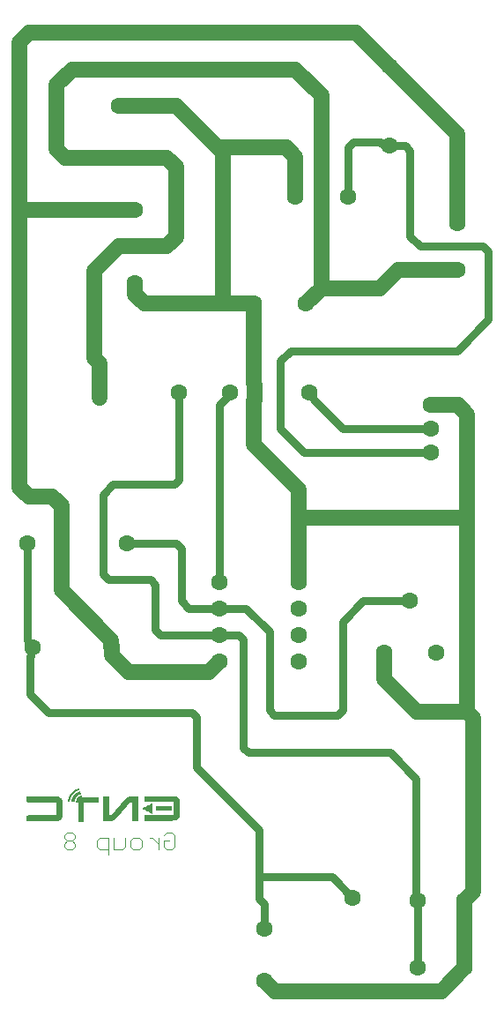
<source format=gbl>
G04*
G04 #@! TF.GenerationSoftware,Altium Limited,Altium Designer,23.0.1 (38)*
G04*
G04 Layer_Physical_Order=2*
G04 Layer_Color=16711680*
%FSLAX44Y44*%
%MOMM*%
G71*
G04*
G04 #@! TF.SameCoordinates,AC91A941-50EC-41E1-A27D-3A9DBE1CF2D1*
G04*
G04*
G04 #@! TF.FilePolarity,Positive*
G04*
G01*
G75*
%ADD18C,1.6000*%
%ADD19C,1.5000*%
%ADD20C,0.8000*%
%ADD21C,0.1000*%
G36*
X402787Y571726D02*
X402941D01*
Y571418D01*
X403096D01*
Y571263D01*
Y571109D01*
Y570955D01*
X403250D01*
Y570492D01*
X403404D01*
Y570029D01*
X403558D01*
Y569566D01*
X403713D01*
Y569258D01*
X403558D01*
Y569103D01*
X403096D01*
Y568949D01*
X402787D01*
Y568795D01*
X402478D01*
Y568640D01*
X402015D01*
Y568486D01*
X401861D01*
Y568332D01*
X401553D01*
Y568177D01*
X401398D01*
Y568023D01*
X401090D01*
Y567869D01*
X400935D01*
Y567715D01*
X400627D01*
Y567560D01*
X400472D01*
Y567406D01*
X400318D01*
Y567252D01*
X400164D01*
Y567097D01*
X400010D01*
Y566943D01*
X399855D01*
Y566789D01*
X399701D01*
Y566634D01*
X399547D01*
Y566480D01*
X399393D01*
Y566172D01*
X399238D01*
Y566017D01*
X399084D01*
Y565863D01*
X398930D01*
Y565555D01*
X398775D01*
Y565400D01*
X398621D01*
Y565092D01*
X398467D01*
Y564783D01*
X398312D01*
Y564474D01*
X398158D01*
Y564012D01*
X398004D01*
Y563549D01*
X397850D01*
Y562932D01*
X397695D01*
Y561543D01*
X394609D01*
Y563086D01*
X394764D01*
Y564012D01*
X394918D01*
Y564474D01*
X395072D01*
Y564937D01*
X395227D01*
Y565400D01*
X395381D01*
Y565709D01*
X395535D01*
Y566017D01*
X395690D01*
Y566326D01*
X395844D01*
Y566634D01*
X395998D01*
Y566943D01*
X396152D01*
Y567097D01*
X396307D01*
Y567406D01*
X396461D01*
Y567560D01*
X396615D01*
Y567715D01*
X396769D01*
Y568023D01*
X396924D01*
Y568177D01*
X397078D01*
Y568332D01*
X397232D01*
Y568486D01*
X397387D01*
Y568640D01*
X397541D01*
Y568795D01*
X397695D01*
Y568949D01*
X397850D01*
Y569103D01*
X398004D01*
Y569258D01*
X398158D01*
Y569412D01*
X398312D01*
Y569566D01*
X398467D01*
Y569720D01*
X398621D01*
Y569875D01*
X398775D01*
Y570029D01*
X399084D01*
Y570183D01*
X399238D01*
Y570337D01*
X399547D01*
Y570492D01*
X399701D01*
Y570646D01*
X400010D01*
Y570800D01*
X400318D01*
Y570955D01*
X400627D01*
Y571109D01*
X400781D01*
Y571263D01*
X401090D01*
Y571418D01*
X401553D01*
Y571572D01*
X402015D01*
Y571726D01*
X402324D01*
Y571880D01*
X402787D01*
Y571726D01*
D02*
G37*
G36*
X401861Y574503D02*
X402015D01*
Y574040D01*
X402170D01*
Y573578D01*
X402324D01*
Y573115D01*
X401861D01*
Y572960D01*
X401398D01*
Y572806D01*
X401090D01*
Y572652D01*
X400627D01*
Y572498D01*
X400318D01*
Y572343D01*
X400010D01*
Y572189D01*
X399701D01*
Y572035D01*
X399393D01*
Y571880D01*
X399238D01*
Y571726D01*
X398930D01*
Y571572D01*
X398621D01*
Y571418D01*
X398467D01*
Y571263D01*
X398158D01*
Y571109D01*
X398004D01*
Y570955D01*
X397850D01*
Y570800D01*
X397695D01*
Y570646D01*
X397387D01*
Y570492D01*
X397232D01*
Y570337D01*
X397078D01*
Y570183D01*
X396924D01*
Y570029D01*
X396769D01*
Y569875D01*
X396615D01*
Y569720D01*
X396461D01*
Y569566D01*
X396307D01*
Y569412D01*
X396152D01*
Y569258D01*
X395998D01*
Y569103D01*
X395844D01*
Y568795D01*
X395690D01*
Y568640D01*
X395535D01*
Y568486D01*
X395381D01*
Y568332D01*
X395227D01*
Y568023D01*
X395072D01*
Y567869D01*
X394918D01*
Y567560D01*
X394764D01*
Y567252D01*
X394609D01*
Y567097D01*
X394455D01*
Y566789D01*
X394301D01*
Y566326D01*
X394147D01*
Y566017D01*
X393992D01*
Y565709D01*
X393838D01*
Y565246D01*
X393684D01*
Y564783D01*
X393529D01*
Y564166D01*
X393375D01*
Y563549D01*
X393221D01*
Y562469D01*
X393066D01*
Y562314D01*
Y562160D01*
Y561543D01*
X391215D01*
Y562932D01*
X391369D01*
Y564012D01*
X391524D01*
Y564629D01*
X391678D01*
Y565246D01*
X391832D01*
Y565709D01*
X391987D01*
Y566172D01*
X392141D01*
Y566634D01*
X392295D01*
Y566943D01*
X392449D01*
Y567252D01*
X392604D01*
Y567560D01*
X392758D01*
Y567869D01*
X392912D01*
Y568177D01*
X393066D01*
Y568332D01*
X393221D01*
Y568640D01*
X393375D01*
Y568795D01*
X393529D01*
Y569103D01*
X393684D01*
Y569258D01*
X393838D01*
Y569566D01*
X393992D01*
Y569720D01*
X394147D01*
Y569875D01*
X394301D01*
Y570183D01*
X394455D01*
Y570337D01*
X394609D01*
Y570492D01*
X394764D01*
Y570646D01*
X394918D01*
Y570800D01*
X395072D01*
Y570955D01*
X395227D01*
Y571109D01*
X395381D01*
Y571263D01*
X395535D01*
Y571418D01*
X395690D01*
Y571572D01*
X395844D01*
Y571726D01*
X396152D01*
Y571880D01*
X396307D01*
Y572035D01*
X396461D01*
Y572189D01*
X396615D01*
Y572343D01*
X396924D01*
Y572498D01*
X397078D01*
Y572652D01*
X397232D01*
Y572806D01*
X397541D01*
Y572960D01*
X397695D01*
Y573115D01*
X398004D01*
Y573269D01*
X398312D01*
Y573423D01*
X398621D01*
Y573578D01*
X398775D01*
Y573732D01*
X399084D01*
Y573886D01*
X399393D01*
Y574040D01*
X399701D01*
Y574195D01*
X400164D01*
Y574349D01*
X400472D01*
Y574503D01*
X400935D01*
Y574658D01*
X401398D01*
Y574812D01*
X401861D01*
Y574503D01*
D02*
G37*
G36*
X458949Y555988D02*
X458795D01*
Y555526D01*
X462189D01*
Y560309D01*
X462498D01*
Y555526D01*
X462961D01*
Y555680D01*
X463269D01*
Y555834D01*
X463578D01*
Y555988D01*
X463732D01*
Y556143D01*
X464040D01*
Y556297D01*
X464349D01*
Y556451D01*
X464658D01*
Y556606D01*
X464966D01*
Y556760D01*
X465275D01*
Y556914D01*
X465583D01*
Y557068D01*
X465892D01*
Y557223D01*
X466201D01*
Y557377D01*
X466509D01*
Y557531D01*
X466818D01*
Y557686D01*
X467126D01*
Y557840D01*
X467435D01*
Y557994D01*
X467743D01*
Y558148D01*
X468052D01*
Y558303D01*
X468361D01*
Y558457D01*
X468669D01*
Y558611D01*
X468978D01*
Y558766D01*
X469286D01*
Y558920D01*
X469595D01*
Y559074D01*
X469904D01*
Y559229D01*
X470212D01*
Y559383D01*
X470521D01*
Y559537D01*
X470829D01*
Y559691D01*
X471138D01*
Y559846D01*
X471446D01*
Y560000D01*
X471601D01*
Y560154D01*
X472064D01*
Y555526D01*
X475767D01*
Y557531D01*
X490887D01*
Y553674D01*
X475767D01*
Y555217D01*
X472064D01*
Y550434D01*
X471909D01*
Y550588D01*
X471601D01*
Y550742D01*
X471292D01*
Y550897D01*
X470984D01*
Y551051D01*
X470829D01*
Y551205D01*
X470521D01*
Y551360D01*
X470212D01*
Y551514D01*
X469904D01*
Y551668D01*
X469595D01*
Y551823D01*
X469286D01*
Y551977D01*
X468978D01*
Y552131D01*
X468669D01*
Y552285D01*
X468361D01*
Y552440D01*
X468052D01*
Y552594D01*
X467743D01*
Y552748D01*
X467435D01*
Y552903D01*
X467126D01*
Y553057D01*
X466818D01*
Y553211D01*
X466509D01*
Y553366D01*
X466201D01*
Y553520D01*
X465892D01*
Y553674D01*
X465583D01*
Y553828D01*
X465275D01*
Y553983D01*
X464966D01*
Y554137D01*
X464658D01*
Y554291D01*
X464349D01*
Y554445D01*
X464040D01*
Y554600D01*
X463732D01*
Y554754D01*
X463423D01*
Y554908D01*
X463115D01*
Y555063D01*
X462806D01*
Y555217D01*
X462652D01*
Y555371D01*
X462498D01*
Y550280D01*
X462189D01*
Y555217D01*
X458949D01*
Y543337D01*
X453703D01*
Y543182D01*
X453240D01*
Y561389D01*
X453086D01*
Y561543D01*
X452777D01*
Y561389D01*
X452006D01*
Y561234D01*
X451543D01*
Y561080D01*
X451234D01*
Y560926D01*
X450926D01*
Y560771D01*
X450771D01*
Y560617D01*
X450463D01*
Y560463D01*
X450309D01*
Y560309D01*
X450154D01*
Y560154D01*
X450000D01*
Y560000D01*
X449846D01*
Y559846D01*
X449691D01*
Y559691D01*
X449537D01*
Y559537D01*
X449383D01*
Y559383D01*
X449229D01*
Y559229D01*
X449074D01*
Y559074D01*
X448920D01*
Y558766D01*
X448766D01*
Y558611D01*
X448611D01*
Y558457D01*
X448457D01*
Y558303D01*
X448303D01*
Y558148D01*
X448148D01*
Y557994D01*
X447994D01*
Y557686D01*
X447840D01*
Y557531D01*
X447686D01*
Y557377D01*
X447531D01*
Y557223D01*
X447377D01*
Y557068D01*
X447223D01*
Y556914D01*
X447068D01*
Y556606D01*
X446914D01*
Y556451D01*
X446760D01*
Y556297D01*
X446606D01*
Y556143D01*
X446451D01*
Y555988D01*
X446297D01*
Y555834D01*
X446143D01*
Y555526D01*
X445988D01*
Y555371D01*
X445834D01*
Y555217D01*
X445680D01*
Y555063D01*
X445526D01*
Y554908D01*
X445371D01*
Y554754D01*
X445217D01*
Y554445D01*
X445063D01*
Y554291D01*
X444908D01*
Y554137D01*
X444754D01*
Y553983D01*
X444600D01*
Y553828D01*
X444445D01*
Y553674D01*
X444291D01*
Y553366D01*
X444137D01*
Y553211D01*
X443983D01*
Y553057D01*
X443828D01*
Y552903D01*
X443674D01*
Y552748D01*
X443520D01*
Y552594D01*
X443366D01*
Y552285D01*
X443211D01*
Y552131D01*
X443057D01*
Y551977D01*
X442903D01*
Y551823D01*
X442748D01*
Y551668D01*
X442594D01*
Y551514D01*
X442440D01*
Y551205D01*
X442285D01*
Y551051D01*
X442131D01*
Y550897D01*
X441977D01*
Y550742D01*
X441823D01*
Y550588D01*
X441668D01*
Y550434D01*
X441514D01*
Y550280D01*
X441360D01*
Y549971D01*
X441205D01*
Y549817D01*
X441051D01*
Y549663D01*
X440897D01*
Y549508D01*
X440743D01*
Y549354D01*
X440588D01*
Y549045D01*
X440434D01*
Y548891D01*
X440280D01*
Y548737D01*
X440125D01*
Y548582D01*
X439971D01*
Y548428D01*
X439817D01*
Y548274D01*
X439663D01*
Y548120D01*
X439508D01*
Y547811D01*
X439354D01*
Y547657D01*
X439200D01*
Y547502D01*
X439045D01*
Y547348D01*
X438891D01*
Y547194D01*
X438737D01*
Y546885D01*
X438582D01*
Y546731D01*
X438428D01*
Y546577D01*
X438274D01*
Y546422D01*
X438120D01*
Y546268D01*
X437965D01*
Y546114D01*
X437811D01*
Y545960D01*
X437657D01*
Y545805D01*
X437502D01*
Y545651D01*
X437348D01*
Y545497D01*
X437194D01*
Y545342D01*
X437040D01*
Y545188D01*
X436885D01*
Y545034D01*
X436731D01*
Y544879D01*
X436422D01*
Y544725D01*
X436268D01*
Y544571D01*
X435960D01*
Y544417D01*
X435651D01*
Y544262D01*
X435342D01*
Y544108D01*
X435034D01*
Y543954D01*
X434725D01*
Y543799D01*
X434262D01*
Y543645D01*
X433645D01*
Y543491D01*
X432874D01*
Y543337D01*
X425622D01*
Y543182D01*
X425159D01*
Y543337D01*
X425005D01*
Y566943D01*
X430714D01*
Y548891D01*
X431948D01*
Y549045D01*
X432411D01*
Y549200D01*
X432719D01*
Y549354D01*
X433028D01*
Y549508D01*
X433182D01*
Y549663D01*
X433491D01*
Y549817D01*
X433645D01*
Y549971D01*
X433799D01*
Y550125D01*
X433954D01*
Y550280D01*
X434108D01*
Y550434D01*
X434262D01*
Y550588D01*
X434417D01*
Y550742D01*
X434571D01*
Y550897D01*
X434725D01*
Y551051D01*
X434879D01*
Y551205D01*
X435034D01*
Y551514D01*
X435188D01*
Y551668D01*
X435342D01*
Y551823D01*
X435497D01*
Y551977D01*
X435651D01*
Y552131D01*
X435805D01*
Y552285D01*
X435960D01*
Y552594D01*
X436114D01*
Y552748D01*
X436268D01*
Y552903D01*
X436422D01*
Y553057D01*
X436577D01*
Y553211D01*
X436731D01*
Y553366D01*
X436885D01*
Y553520D01*
X437040D01*
Y553828D01*
X437194D01*
Y553983D01*
X437348D01*
Y554137D01*
X437502D01*
Y554291D01*
X437657D01*
Y554445D01*
X437811D01*
Y554600D01*
X437965D01*
Y554908D01*
X438120D01*
Y555063D01*
X438274D01*
Y555217D01*
X438428D01*
Y555371D01*
X438582D01*
Y555526D01*
X438737D01*
Y555680D01*
X438891D01*
Y555834D01*
X439045D01*
Y556143D01*
X439200D01*
Y556297D01*
X439354D01*
Y556451D01*
X439508D01*
Y556606D01*
X439663D01*
Y556760D01*
X439817D01*
Y556914D01*
X439971D01*
Y557068D01*
X440125D01*
Y557377D01*
X440280D01*
Y557531D01*
X440434D01*
Y557686D01*
X440588D01*
Y557840D01*
X440743D01*
Y557994D01*
X440897D01*
Y558148D01*
X441051D01*
Y558303D01*
X441205D01*
Y558611D01*
X441360D01*
Y558766D01*
X441514D01*
Y558920D01*
X441668D01*
Y559074D01*
X441823D01*
Y559229D01*
X441977D01*
Y559537D01*
X442131D01*
Y559691D01*
X442285D01*
Y559846D01*
X442440D01*
Y560000D01*
X442594D01*
Y560154D01*
X442748D01*
Y560309D01*
X442903D01*
Y560463D01*
X443057D01*
Y560617D01*
X443211D01*
Y560926D01*
X443366D01*
Y561080D01*
X443520D01*
Y561234D01*
X443674D01*
Y561389D01*
X443828D01*
Y561543D01*
X443983D01*
Y561697D01*
X444137D01*
Y562006D01*
X444291D01*
Y562160D01*
X444445D01*
Y562314D01*
X444600D01*
Y562469D01*
X444754D01*
Y562623D01*
X444908D01*
Y562777D01*
X445063D01*
Y562932D01*
X445217D01*
Y563240D01*
X445371D01*
Y563394D01*
X445526D01*
Y563549D01*
X445680D01*
Y563703D01*
X445834D01*
Y563857D01*
X445988D01*
Y564012D01*
X446143D01*
Y564166D01*
X446297D01*
Y564320D01*
X446451D01*
Y564474D01*
X446606D01*
Y564629D01*
X446760D01*
Y564783D01*
X446914D01*
Y564937D01*
X447068D01*
Y565092D01*
X447223D01*
Y565246D01*
X447531D01*
Y565400D01*
X447686D01*
Y565555D01*
X447840D01*
Y565709D01*
X448148D01*
Y565863D01*
X448303D01*
Y566017D01*
X448611D01*
Y566172D01*
X449074D01*
Y566326D01*
X449383D01*
Y566480D01*
X449691D01*
Y566634D01*
X450309D01*
Y566789D01*
X451234D01*
Y566943D01*
X458949D01*
Y555988D01*
D02*
G37*
G36*
X493356Y567252D02*
X494282D01*
Y567097D01*
X494899D01*
Y566943D01*
X495362D01*
Y566789D01*
X495670D01*
Y566634D01*
X496133D01*
Y566480D01*
X496287D01*
Y566326D01*
X496596D01*
Y566172D01*
X496750D01*
Y566017D01*
X496904D01*
Y565863D01*
X497213D01*
Y565709D01*
X497367D01*
Y565555D01*
X497522D01*
Y565246D01*
X497676D01*
Y565092D01*
X497830D01*
Y564937D01*
X497985D01*
Y564629D01*
X498139D01*
Y564320D01*
X498293D01*
Y563857D01*
X498447D01*
Y563394D01*
X498602D01*
Y562314D01*
X498756D01*
Y548891D01*
X498602D01*
Y547811D01*
X498447D01*
Y547348D01*
X498293D01*
Y546885D01*
X498139D01*
Y546577D01*
X497985D01*
Y546268D01*
X497830D01*
Y546114D01*
X497676D01*
Y545805D01*
X497522D01*
Y545651D01*
X497367D01*
Y545497D01*
X497213D01*
Y545342D01*
X497059D01*
Y545188D01*
X496904D01*
Y545034D01*
X496596D01*
Y544879D01*
X496442D01*
Y544725D01*
X496133D01*
Y544571D01*
X495825D01*
Y544417D01*
X495516D01*
Y544262D01*
X495053D01*
Y544108D01*
X494436D01*
Y543954D01*
X493819D01*
Y543799D01*
X492276D01*
Y543645D01*
X464503D01*
Y549200D01*
X491813D01*
Y549354D01*
X492276D01*
Y549508D01*
X492584D01*
Y549663D01*
X492739D01*
Y549971D01*
X492893D01*
Y561080D01*
X492739D01*
Y561389D01*
X492584D01*
Y561543D01*
X492430D01*
Y561697D01*
X492276D01*
Y561852D01*
X464658D01*
Y562160D01*
X464503D01*
Y567252D01*
X464658D01*
Y567406D01*
X493356D01*
Y567252D01*
D02*
G37*
G36*
X380723Y566789D02*
X381649D01*
Y566634D01*
X382266D01*
Y566480D01*
X382575D01*
Y566326D01*
X383038D01*
Y566172D01*
X383346D01*
Y566017D01*
X383655D01*
Y565863D01*
X383809D01*
Y565709D01*
X384118D01*
Y565555D01*
X384272D01*
Y565400D01*
X384426D01*
Y565246D01*
X384580D01*
Y565092D01*
X384735D01*
Y564937D01*
X384889D01*
Y564783D01*
X385043D01*
Y564474D01*
X385198D01*
Y564166D01*
X385352D01*
Y563857D01*
X385506D01*
Y563549D01*
X385661D01*
Y563086D01*
X385815D01*
Y562160D01*
X385969D01*
Y548120D01*
X385815D01*
Y547194D01*
X385661D01*
Y546731D01*
X385506D01*
Y546422D01*
X385352D01*
Y546114D01*
X385198D01*
Y545805D01*
X385043D01*
Y545651D01*
X384889D01*
Y545342D01*
X384735D01*
Y545188D01*
X384580D01*
Y545034D01*
X384426D01*
Y544879D01*
X384272D01*
Y544725D01*
X384118D01*
Y544571D01*
X383809D01*
Y544417D01*
X383655D01*
Y544262D01*
X383346D01*
Y544108D01*
X383038D01*
Y543954D01*
X382729D01*
Y543799D01*
X382266D01*
Y543645D01*
X381649D01*
Y543491D01*
X380723D01*
Y543337D01*
X351716D01*
Y548737D01*
X353105D01*
Y548891D01*
X379489D01*
Y549045D01*
X379798D01*
Y549200D01*
X379952D01*
Y549508D01*
X380106D01*
Y560771D01*
X379952D01*
Y561080D01*
X379798D01*
Y561234D01*
X379643D01*
Y561389D01*
X351871D01*
Y561543D01*
X351716D01*
Y566943D01*
X380723D01*
Y566789D01*
D02*
G37*
G36*
X404330Y567715D02*
X404484D01*
Y567252D01*
X404638D01*
Y566789D01*
X404793D01*
Y566326D01*
X420685D01*
Y560771D01*
X406799D01*
Y545497D01*
Y545342D01*
Y542565D01*
X401090D01*
Y542719D01*
X400935D01*
Y561389D01*
X399084D01*
Y562777D01*
X399238D01*
Y563394D01*
X399393D01*
Y563857D01*
X399547D01*
Y564166D01*
X399701D01*
Y564474D01*
X399855D01*
Y564783D01*
X400010D01*
Y565092D01*
X400164D01*
Y565246D01*
X400318D01*
Y565555D01*
X400472D01*
Y565709D01*
X400627D01*
Y565863D01*
X400781D01*
Y566017D01*
X400935D01*
Y566172D01*
X401090D01*
Y566326D01*
X401244D01*
Y566480D01*
X401398D01*
Y566634D01*
X401553D01*
Y566789D01*
X401861D01*
Y566943D01*
X402015D01*
Y567097D01*
X402324D01*
Y567252D01*
X402478D01*
Y567406D01*
X402787D01*
Y567560D01*
X403096D01*
Y567715D01*
X403404D01*
Y567869D01*
X403867D01*
Y568023D01*
X404330D01*
Y567715D01*
D02*
G37*
D18*
X665000Y470000D02*
D03*
Y380000D02*
D03*
X448100Y810000D02*
D03*
X727500Y402500D02*
D03*
X772499D02*
D03*
Y467499D02*
D03*
X727500D02*
D03*
X700000Y1191900D02*
D03*
Y1268100D02*
D03*
X546900Y955000D02*
D03*
X623100D02*
D03*
X765250Y1072500D02*
D03*
Y1117500D02*
D03*
X455250Y1060000D02*
D03*
Y1130000D02*
D03*
X609600Y1142675D02*
D03*
X635000D02*
D03*
X660400D02*
D03*
X440000Y1300000D02*
D03*
Y1230000D02*
D03*
X433100Y710000D02*
D03*
X356900D02*
D03*
X570000Y1040000D02*
D03*
X620000D02*
D03*
X536900Y773100D02*
D03*
Y747700D02*
D03*
Y722300D02*
D03*
Y696900D02*
D03*
X613100Y773100D02*
D03*
Y747700D02*
D03*
Y722300D02*
D03*
Y696900D02*
D03*
X740000Y897300D02*
D03*
Y920000D02*
D03*
Y942700D02*
D03*
X351900Y810000D02*
D03*
X498100Y955001D02*
D03*
X421900D02*
D03*
X745000Y705000D02*
D03*
X720000Y755000D02*
D03*
X695000Y705000D02*
D03*
X580000Y440000D02*
D03*
Y390000D02*
D03*
D19*
X421900Y955001D02*
Y983000D01*
X432909Y710191D02*
X433100Y710000D01*
X432909Y710191D02*
Y717091D01*
X385000Y765000D02*
X432909Y717091D01*
X385000Y765000D02*
Y846213D01*
X433110Y710000D02*
X433292Y709818D01*
Y702822D02*
Y709818D01*
Y702822D02*
X449338Y686776D01*
X526776D01*
X345000Y1117500D02*
Y1123787D01*
Y863787D02*
Y1117500D01*
Y863787D02*
X353787Y855000D01*
X376213D01*
X385000Y846213D01*
X526776Y686776D02*
X536900Y696900D01*
X440000Y1300000D02*
X668100D01*
X580000Y390000D02*
X590000Y380000D01*
X664729D01*
X697809Y380191D02*
X698000Y380000D01*
X749729D01*
X772229Y402500D01*
X665191Y380191D02*
X697809D01*
X665000Y380000D02*
X665191Y380191D01*
X772229Y402500D02*
X772499D01*
X353787Y1300000D02*
X440000D01*
X388787Y1180000D02*
X486213D01*
X440000Y1095000D02*
X486213D01*
Y1180000D02*
X495000Y1171213D01*
X486213Y1095000D02*
X495000Y1103787D01*
Y1171213D01*
X380000Y1188787D02*
Y1250000D01*
Y1188787D02*
X388787Y1180000D01*
X545000Y1040000D02*
X570000D01*
X464537D02*
X545000D01*
X540000Y1045000D02*
Y1185400D01*
Y1045000D02*
X545000Y1040000D01*
X535400Y1190000D02*
X540000Y1185400D01*
X455442Y1049096D02*
X464537Y1040000D01*
X455442Y1049096D02*
Y1059809D01*
X455250Y1060000D02*
X455442Y1059809D01*
X495400Y1230000D02*
X535400Y1190000D01*
X345000Y1130000D02*
X455250D01*
X416900Y988000D02*
X421900Y983000D01*
Y950000D02*
Y955001D01*
X416900Y988000D02*
Y1071900D01*
X635000Y1142675D02*
Y1240000D01*
X610000Y1265000D02*
X635000Y1240000D01*
X395000Y1265000D02*
X610000D01*
X380000Y1250000D02*
X395000Y1265000D01*
X416900Y1071900D02*
X440000Y1095000D01*
X345000Y1123787D02*
Y1291213D01*
X668100Y1300000D02*
X700000Y1268100D01*
X345000Y1291213D02*
X353787Y1300000D01*
X440462Y1230000D02*
X495400D01*
X775000Y835000D02*
Y933874D01*
X613100Y836900D02*
X615000Y835000D01*
X775000D01*
X613100Y773100D02*
Y836900D01*
Y861558D01*
X775000Y648507D02*
Y835000D01*
X570000Y904658D02*
X613100Y861558D01*
X609600Y1142675D02*
Y1181213D01*
X600813Y1190000D02*
X609600Y1181213D01*
X535400Y1190000D02*
X600813D01*
X700000Y1268100D02*
X765250Y1202850D01*
X635000Y1055000D02*
Y1142675D01*
X570000Y963064D02*
Y1040000D01*
Y904658D02*
Y946937D01*
Y963064D02*
X570400Y962663D01*
Y947337D02*
Y962663D01*
X570000Y946937D02*
X570400Y947337D01*
X766213Y942660D02*
X775000Y933874D01*
X740311Y942660D02*
X766213D01*
X726493Y648507D02*
X775000D01*
X772499Y467499D02*
X781000Y476000D01*
X722099Y652901D02*
X726493Y648507D01*
X781000Y476000D02*
Y642508D01*
X775000Y648507D02*
X781000Y642508D01*
X695000Y680000D02*
X722099Y652901D01*
X695000Y680000D02*
Y705000D01*
X772499Y402500D02*
Y467499D01*
X708740Y1072500D02*
X765250D01*
X635000Y1055000D02*
X691240D01*
X708740Y1072500D01*
X620000Y1040000D02*
X635000Y1055000D01*
X765250Y1117500D02*
Y1202850D01*
D20*
X715314Y1191900D02*
X720000Y1187214D01*
X595000Y985000D02*
X605000Y995000D01*
X730000Y1095000D02*
X790314D01*
X700000Y1191900D02*
X715314D01*
X605000Y995000D02*
X765000D01*
X595000Y920000D02*
Y985000D01*
X720000Y1105000D02*
Y1187214D01*
X765000Y995000D02*
X795000Y1025000D01*
X720000Y1105000D02*
X730000Y1095000D01*
X790314D02*
X795000Y1090314D01*
Y1025000D02*
Y1090314D01*
X660400Y1142675D02*
Y1190314D01*
X692883Y1193431D02*
X698469D01*
X665086Y1195000D02*
X691314D01*
X692883Y1193431D01*
X660400Y1190314D02*
X665086Y1195000D01*
X351900Y717165D02*
Y810000D01*
Y717165D02*
X356900Y712165D01*
Y710000D02*
Y712165D01*
X355000Y701314D02*
X355369Y701683D01*
Y708469D01*
X356900Y710000D01*
X355000Y665000D02*
Y701314D01*
Y665000D02*
X372500Y647500D01*
X510314D01*
X515000Y642814D01*
Y595000D02*
Y642814D01*
Y595000D02*
X575000Y535000D01*
Y490000D02*
Y535000D01*
Y468582D02*
Y490000D01*
Y468582D02*
X580000Y463583D01*
Y440000D02*
Y463583D01*
X645000Y490000D02*
X665000Y470000D01*
X575000Y490000D02*
X645000D01*
X665000Y470000D02*
Y470000D01*
X725969Y469030D02*
Y584031D01*
X700714Y609286D02*
X725969Y584031D01*
X564686Y609286D02*
X700714D01*
X725969Y469030D02*
X727500Y467499D01*
Y402500D02*
Y467499D01*
X425000Y856900D02*
X434525Y866425D01*
X425000Y780000D02*
X430000Y775000D01*
X425000Y780000D02*
Y856900D01*
X498100Y871111D02*
Y950000D01*
X434525Y866425D02*
X493414D01*
X498100Y871111D01*
X430000Y775000D02*
X470408D01*
X475094Y770314D01*
Y726986D02*
Y770314D01*
Y726986D02*
X479781Y722300D01*
X536900D01*
X555314D01*
X655000Y649686D02*
Y735000D01*
X585000Y649686D02*
Y725000D01*
Y649686D02*
X589686Y645000D01*
X650314D01*
X655000Y735000D02*
X675000Y755000D01*
X650314Y645000D02*
X655000Y649686D01*
X675000Y755000D02*
X720000D01*
X562300Y747700D02*
X585000Y725000D01*
X560000Y613972D02*
Y717614D01*
X555314Y722300D02*
X560000Y717614D01*
Y613972D02*
X564686Y609286D01*
X536900Y747700D02*
X562300D01*
X507300D02*
X536900D01*
X448100Y810000D02*
X495314D01*
X500000Y805314D01*
Y755000D02*
X507300Y747700D01*
X500000Y755000D02*
Y805314D01*
X655000Y920000D02*
X740000D01*
X623100Y952836D02*
X627100Y948836D01*
X623100Y952836D02*
Y955000D01*
X627100Y947900D02*
Y948836D01*
Y947900D02*
X655000Y920000D01*
X617700Y897300D02*
X740000D01*
X595000Y920000D02*
X617700Y897300D01*
X536900Y773100D02*
Y942835D01*
X546900Y952836D01*
Y955000D01*
D21*
X483337Y529661D02*
X486003Y532326D01*
X491334D01*
X494000Y529661D01*
Y518997D01*
X491334Y516332D01*
X486003D01*
X483337Y518997D01*
Y524329D01*
X488668D01*
X478005Y526995D02*
Y516332D01*
Y521663D01*
X475339Y524329D01*
X472674Y526995D01*
X470008D01*
X459345Y516332D02*
X454013D01*
X451347Y518997D01*
Y524329D01*
X454013Y526995D01*
X459345D01*
X462010Y524329D01*
Y518997D01*
X459345Y516332D01*
X446016Y526995D02*
Y518997D01*
X443350Y516332D01*
X435352D01*
Y526995D01*
X430021Y511000D02*
Y526995D01*
X422023D01*
X419357Y524329D01*
Y518997D01*
X422023Y516332D01*
X430021D01*
X398031Y529661D02*
X395365Y532326D01*
X390034D01*
X387368Y529661D01*
Y526995D01*
X390034Y524329D01*
X387368Y521663D01*
Y518997D01*
X390034Y516332D01*
X395365D01*
X398031Y518997D01*
Y521663D01*
X395365Y524329D01*
X398031Y526995D01*
Y529661D01*
X395365Y524329D02*
X390034D01*
M02*

</source>
